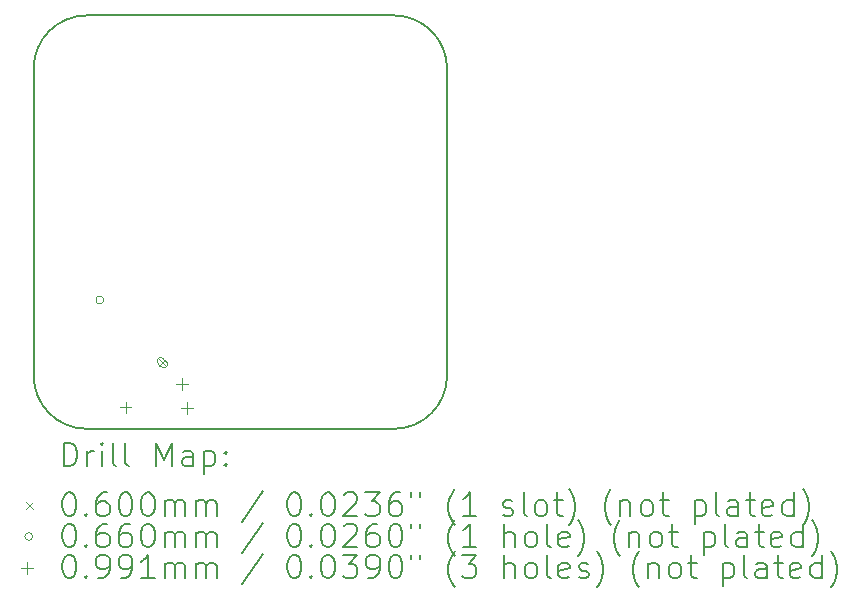
<source format=gbr>
%TF.GenerationSoftware,KiCad,Pcbnew,7.0.10*%
%TF.CreationDate,2024-01-29T19:45:33-05:00*%
%TF.ProjectId,lemon-pepper,6c656d6f-6e2d-4706-9570-7065722e6b69,rev?*%
%TF.SameCoordinates,PX8b85c60PY52f2218*%
%TF.FileFunction,Drillmap*%
%TF.FilePolarity,Positive*%
%FSLAX45Y45*%
G04 Gerber Fmt 4.5, Leading zero omitted, Abs format (unit mm)*
G04 Created by KiCad (PCBNEW 7.0.10) date 2024-01-29 19:45:33*
%MOMM*%
%LPD*%
G01*
G04 APERTURE LIST*
%ADD10C,0.150000*%
%ADD11C,0.200000*%
%ADD12C,0.100000*%
G04 APERTURE END LIST*
D10*
X-1750000Y-1300000D02*
X-1750000Y1300000D01*
X-1300000Y1750000D02*
X1300000Y1750000D01*
X1300000Y-1750000D02*
X-1300000Y-1750000D01*
X1750000Y1300000D02*
X1750000Y-1300000D01*
X-1300000Y1750000D02*
G75*
G03*
X-1750000Y1300000I0J-450000D01*
G01*
X-1750000Y-1300000D02*
G75*
G03*
X-1300000Y-1750000I450000J0D01*
G01*
X1750000Y1300000D02*
G75*
G03*
X1300000Y1750000I-450000J0D01*
G01*
X1300000Y-1750000D02*
G75*
G03*
X1750000Y-1300000I0J450000D01*
G01*
D11*
D12*
X-689835Y-1160165D02*
X-629835Y-1220165D01*
X-629835Y-1160165D02*
X-689835Y-1220165D01*
X-695190Y-1197236D02*
X-666906Y-1225520D01*
X-666906Y-1225520D02*
G75*
G03*
X-624480Y-1183094I21213J21213D01*
G01*
X-624480Y-1183094D02*
X-652764Y-1154810D01*
X-652764Y-1154810D02*
G75*
G03*
X-695190Y-1197236I-21213J-21213D01*
G01*
X-1157165Y-659835D02*
G75*
G03*
X-1223165Y-659835I-33000J0D01*
G01*
X-1223165Y-659835D02*
G75*
G03*
X-1157165Y-659835I33000J0D01*
G01*
X-971833Y-1518935D02*
X-971833Y-1617995D01*
X-1021363Y-1568465D02*
X-922303Y-1568465D01*
X-492553Y-1322271D02*
X-492553Y-1421331D01*
X-542083Y-1371801D02*
X-443023Y-1371801D01*
X-453780Y-1521738D02*
X-453780Y-1620798D01*
X-503310Y-1571268D02*
X-404250Y-1571268D01*
D11*
X-1496723Y-2068984D02*
X-1496723Y-1868984D01*
X-1496723Y-1868984D02*
X-1449104Y-1868984D01*
X-1449104Y-1868984D02*
X-1420533Y-1878508D01*
X-1420533Y-1878508D02*
X-1401485Y-1897555D01*
X-1401485Y-1897555D02*
X-1391961Y-1916603D01*
X-1391961Y-1916603D02*
X-1382438Y-1954698D01*
X-1382438Y-1954698D02*
X-1382438Y-1983269D01*
X-1382438Y-1983269D02*
X-1391961Y-2021365D01*
X-1391961Y-2021365D02*
X-1401485Y-2040412D01*
X-1401485Y-2040412D02*
X-1420533Y-2059460D01*
X-1420533Y-2059460D02*
X-1449104Y-2068984D01*
X-1449104Y-2068984D02*
X-1496723Y-2068984D01*
X-1296723Y-2068984D02*
X-1296723Y-1935650D01*
X-1296723Y-1973746D02*
X-1287199Y-1954698D01*
X-1287199Y-1954698D02*
X-1277676Y-1945174D01*
X-1277676Y-1945174D02*
X-1258628Y-1935650D01*
X-1258628Y-1935650D02*
X-1239580Y-1935650D01*
X-1172914Y-2068984D02*
X-1172914Y-1935650D01*
X-1172914Y-1868984D02*
X-1182438Y-1878508D01*
X-1182438Y-1878508D02*
X-1172914Y-1888031D01*
X-1172914Y-1888031D02*
X-1163390Y-1878508D01*
X-1163390Y-1878508D02*
X-1172914Y-1868984D01*
X-1172914Y-1868984D02*
X-1172914Y-1888031D01*
X-1049104Y-2068984D02*
X-1068152Y-2059460D01*
X-1068152Y-2059460D02*
X-1077676Y-2040412D01*
X-1077676Y-2040412D02*
X-1077676Y-1868984D01*
X-944342Y-2068984D02*
X-963390Y-2059460D01*
X-963390Y-2059460D02*
X-972914Y-2040412D01*
X-972914Y-2040412D02*
X-972914Y-1868984D01*
X-715771Y-2068984D02*
X-715771Y-1868984D01*
X-715771Y-1868984D02*
X-649104Y-2011841D01*
X-649104Y-2011841D02*
X-582438Y-1868984D01*
X-582438Y-1868984D02*
X-582438Y-2068984D01*
X-401485Y-2068984D02*
X-401485Y-1964222D01*
X-401485Y-1964222D02*
X-411009Y-1945174D01*
X-411009Y-1945174D02*
X-430056Y-1935650D01*
X-430056Y-1935650D02*
X-468152Y-1935650D01*
X-468152Y-1935650D02*
X-487199Y-1945174D01*
X-401485Y-2059460D02*
X-420533Y-2068984D01*
X-420533Y-2068984D02*
X-468152Y-2068984D01*
X-468152Y-2068984D02*
X-487199Y-2059460D01*
X-487199Y-2059460D02*
X-496723Y-2040412D01*
X-496723Y-2040412D02*
X-496723Y-2021365D01*
X-496723Y-2021365D02*
X-487199Y-2002317D01*
X-487199Y-2002317D02*
X-468152Y-1992793D01*
X-468152Y-1992793D02*
X-420533Y-1992793D01*
X-420533Y-1992793D02*
X-401485Y-1983269D01*
X-306247Y-1935650D02*
X-306247Y-2135650D01*
X-306247Y-1945174D02*
X-287199Y-1935650D01*
X-287199Y-1935650D02*
X-249104Y-1935650D01*
X-249104Y-1935650D02*
X-230056Y-1945174D01*
X-230056Y-1945174D02*
X-220533Y-1954698D01*
X-220533Y-1954698D02*
X-211009Y-1973746D01*
X-211009Y-1973746D02*
X-211009Y-2030888D01*
X-211009Y-2030888D02*
X-220533Y-2049936D01*
X-220533Y-2049936D02*
X-230056Y-2059460D01*
X-230056Y-2059460D02*
X-249104Y-2068984D01*
X-249104Y-2068984D02*
X-287199Y-2068984D01*
X-287199Y-2068984D02*
X-306247Y-2059460D01*
X-125295Y-2049936D02*
X-115771Y-2059460D01*
X-115771Y-2059460D02*
X-125295Y-2068984D01*
X-125295Y-2068984D02*
X-134818Y-2059460D01*
X-134818Y-2059460D02*
X-125295Y-2049936D01*
X-125295Y-2049936D02*
X-125295Y-2068984D01*
X-125295Y-1945174D02*
X-115771Y-1954698D01*
X-115771Y-1954698D02*
X-125295Y-1964222D01*
X-125295Y-1964222D02*
X-134818Y-1954698D01*
X-134818Y-1954698D02*
X-125295Y-1945174D01*
X-125295Y-1945174D02*
X-125295Y-1964222D01*
D12*
X-1817500Y-2367500D02*
X-1757500Y-2427500D01*
X-1757500Y-2367500D02*
X-1817500Y-2427500D01*
D11*
X-1458628Y-2288984D02*
X-1439580Y-2288984D01*
X-1439580Y-2288984D02*
X-1420533Y-2298508D01*
X-1420533Y-2298508D02*
X-1411009Y-2308031D01*
X-1411009Y-2308031D02*
X-1401485Y-2327079D01*
X-1401485Y-2327079D02*
X-1391961Y-2365174D01*
X-1391961Y-2365174D02*
X-1391961Y-2412793D01*
X-1391961Y-2412793D02*
X-1401485Y-2450889D01*
X-1401485Y-2450889D02*
X-1411009Y-2469936D01*
X-1411009Y-2469936D02*
X-1420533Y-2479460D01*
X-1420533Y-2479460D02*
X-1439580Y-2488984D01*
X-1439580Y-2488984D02*
X-1458628Y-2488984D01*
X-1458628Y-2488984D02*
X-1477676Y-2479460D01*
X-1477676Y-2479460D02*
X-1487199Y-2469936D01*
X-1487199Y-2469936D02*
X-1496723Y-2450889D01*
X-1496723Y-2450889D02*
X-1506247Y-2412793D01*
X-1506247Y-2412793D02*
X-1506247Y-2365174D01*
X-1506247Y-2365174D02*
X-1496723Y-2327079D01*
X-1496723Y-2327079D02*
X-1487199Y-2308031D01*
X-1487199Y-2308031D02*
X-1477676Y-2298508D01*
X-1477676Y-2298508D02*
X-1458628Y-2288984D01*
X-1306247Y-2469936D02*
X-1296723Y-2479460D01*
X-1296723Y-2479460D02*
X-1306247Y-2488984D01*
X-1306247Y-2488984D02*
X-1315771Y-2479460D01*
X-1315771Y-2479460D02*
X-1306247Y-2469936D01*
X-1306247Y-2469936D02*
X-1306247Y-2488984D01*
X-1125295Y-2288984D02*
X-1163390Y-2288984D01*
X-1163390Y-2288984D02*
X-1182438Y-2298508D01*
X-1182438Y-2298508D02*
X-1191961Y-2308031D01*
X-1191961Y-2308031D02*
X-1211009Y-2336603D01*
X-1211009Y-2336603D02*
X-1220533Y-2374698D01*
X-1220533Y-2374698D02*
X-1220533Y-2450889D01*
X-1220533Y-2450889D02*
X-1211009Y-2469936D01*
X-1211009Y-2469936D02*
X-1201485Y-2479460D01*
X-1201485Y-2479460D02*
X-1182438Y-2488984D01*
X-1182438Y-2488984D02*
X-1144342Y-2488984D01*
X-1144342Y-2488984D02*
X-1125295Y-2479460D01*
X-1125295Y-2479460D02*
X-1115771Y-2469936D01*
X-1115771Y-2469936D02*
X-1106247Y-2450889D01*
X-1106247Y-2450889D02*
X-1106247Y-2403270D01*
X-1106247Y-2403270D02*
X-1115771Y-2384222D01*
X-1115771Y-2384222D02*
X-1125295Y-2374698D01*
X-1125295Y-2374698D02*
X-1144342Y-2365174D01*
X-1144342Y-2365174D02*
X-1182438Y-2365174D01*
X-1182438Y-2365174D02*
X-1201485Y-2374698D01*
X-1201485Y-2374698D02*
X-1211009Y-2384222D01*
X-1211009Y-2384222D02*
X-1220533Y-2403270D01*
X-982437Y-2288984D02*
X-963390Y-2288984D01*
X-963390Y-2288984D02*
X-944342Y-2298508D01*
X-944342Y-2298508D02*
X-934818Y-2308031D01*
X-934818Y-2308031D02*
X-925295Y-2327079D01*
X-925295Y-2327079D02*
X-915771Y-2365174D01*
X-915771Y-2365174D02*
X-915771Y-2412793D01*
X-915771Y-2412793D02*
X-925295Y-2450889D01*
X-925295Y-2450889D02*
X-934818Y-2469936D01*
X-934818Y-2469936D02*
X-944342Y-2479460D01*
X-944342Y-2479460D02*
X-963390Y-2488984D01*
X-963390Y-2488984D02*
X-982437Y-2488984D01*
X-982437Y-2488984D02*
X-1001485Y-2479460D01*
X-1001485Y-2479460D02*
X-1011009Y-2469936D01*
X-1011009Y-2469936D02*
X-1020533Y-2450889D01*
X-1020533Y-2450889D02*
X-1030056Y-2412793D01*
X-1030056Y-2412793D02*
X-1030056Y-2365174D01*
X-1030056Y-2365174D02*
X-1020533Y-2327079D01*
X-1020533Y-2327079D02*
X-1011009Y-2308031D01*
X-1011009Y-2308031D02*
X-1001485Y-2298508D01*
X-1001485Y-2298508D02*
X-982437Y-2288984D01*
X-791961Y-2288984D02*
X-772914Y-2288984D01*
X-772914Y-2288984D02*
X-753866Y-2298508D01*
X-753866Y-2298508D02*
X-744342Y-2308031D01*
X-744342Y-2308031D02*
X-734818Y-2327079D01*
X-734818Y-2327079D02*
X-725295Y-2365174D01*
X-725295Y-2365174D02*
X-725295Y-2412793D01*
X-725295Y-2412793D02*
X-734818Y-2450889D01*
X-734818Y-2450889D02*
X-744342Y-2469936D01*
X-744342Y-2469936D02*
X-753866Y-2479460D01*
X-753866Y-2479460D02*
X-772914Y-2488984D01*
X-772914Y-2488984D02*
X-791961Y-2488984D01*
X-791961Y-2488984D02*
X-811009Y-2479460D01*
X-811009Y-2479460D02*
X-820533Y-2469936D01*
X-820533Y-2469936D02*
X-830056Y-2450889D01*
X-830056Y-2450889D02*
X-839580Y-2412793D01*
X-839580Y-2412793D02*
X-839580Y-2365174D01*
X-839580Y-2365174D02*
X-830056Y-2327079D01*
X-830056Y-2327079D02*
X-820533Y-2308031D01*
X-820533Y-2308031D02*
X-811009Y-2298508D01*
X-811009Y-2298508D02*
X-791961Y-2288984D01*
X-639580Y-2488984D02*
X-639580Y-2355650D01*
X-639580Y-2374698D02*
X-630057Y-2365174D01*
X-630057Y-2365174D02*
X-611009Y-2355650D01*
X-611009Y-2355650D02*
X-582437Y-2355650D01*
X-582437Y-2355650D02*
X-563390Y-2365174D01*
X-563390Y-2365174D02*
X-553866Y-2384222D01*
X-553866Y-2384222D02*
X-553866Y-2488984D01*
X-553866Y-2384222D02*
X-544342Y-2365174D01*
X-544342Y-2365174D02*
X-525295Y-2355650D01*
X-525295Y-2355650D02*
X-496723Y-2355650D01*
X-496723Y-2355650D02*
X-477675Y-2365174D01*
X-477675Y-2365174D02*
X-468152Y-2384222D01*
X-468152Y-2384222D02*
X-468152Y-2488984D01*
X-372914Y-2488984D02*
X-372914Y-2355650D01*
X-372914Y-2374698D02*
X-363390Y-2365174D01*
X-363390Y-2365174D02*
X-344342Y-2355650D01*
X-344342Y-2355650D02*
X-315771Y-2355650D01*
X-315771Y-2355650D02*
X-296723Y-2365174D01*
X-296723Y-2365174D02*
X-287199Y-2384222D01*
X-287199Y-2384222D02*
X-287199Y-2488984D01*
X-287199Y-2384222D02*
X-277676Y-2365174D01*
X-277676Y-2365174D02*
X-258628Y-2355650D01*
X-258628Y-2355650D02*
X-230056Y-2355650D01*
X-230056Y-2355650D02*
X-211009Y-2365174D01*
X-211009Y-2365174D02*
X-201485Y-2384222D01*
X-201485Y-2384222D02*
X-201485Y-2488984D01*
X188991Y-2279460D02*
X17563Y-2536603D01*
X446134Y-2288984D02*
X465182Y-2288984D01*
X465182Y-2288984D02*
X484229Y-2298508D01*
X484229Y-2298508D02*
X493753Y-2308031D01*
X493753Y-2308031D02*
X503277Y-2327079D01*
X503277Y-2327079D02*
X512801Y-2365174D01*
X512801Y-2365174D02*
X512801Y-2412793D01*
X512801Y-2412793D02*
X503277Y-2450889D01*
X503277Y-2450889D02*
X493753Y-2469936D01*
X493753Y-2469936D02*
X484229Y-2479460D01*
X484229Y-2479460D02*
X465182Y-2488984D01*
X465182Y-2488984D02*
X446134Y-2488984D01*
X446134Y-2488984D02*
X427086Y-2479460D01*
X427086Y-2479460D02*
X417563Y-2469936D01*
X417563Y-2469936D02*
X408039Y-2450889D01*
X408039Y-2450889D02*
X398515Y-2412793D01*
X398515Y-2412793D02*
X398515Y-2365174D01*
X398515Y-2365174D02*
X408039Y-2327079D01*
X408039Y-2327079D02*
X417563Y-2308031D01*
X417563Y-2308031D02*
X427086Y-2298508D01*
X427086Y-2298508D02*
X446134Y-2288984D01*
X598515Y-2469936D02*
X608039Y-2479460D01*
X608039Y-2479460D02*
X598515Y-2488984D01*
X598515Y-2488984D02*
X588991Y-2479460D01*
X588991Y-2479460D02*
X598515Y-2469936D01*
X598515Y-2469936D02*
X598515Y-2488984D01*
X731848Y-2288984D02*
X750896Y-2288984D01*
X750896Y-2288984D02*
X769944Y-2298508D01*
X769944Y-2298508D02*
X779467Y-2308031D01*
X779467Y-2308031D02*
X788991Y-2327079D01*
X788991Y-2327079D02*
X798515Y-2365174D01*
X798515Y-2365174D02*
X798515Y-2412793D01*
X798515Y-2412793D02*
X788991Y-2450889D01*
X788991Y-2450889D02*
X779467Y-2469936D01*
X779467Y-2469936D02*
X769944Y-2479460D01*
X769944Y-2479460D02*
X750896Y-2488984D01*
X750896Y-2488984D02*
X731848Y-2488984D01*
X731848Y-2488984D02*
X712801Y-2479460D01*
X712801Y-2479460D02*
X703277Y-2469936D01*
X703277Y-2469936D02*
X693753Y-2450889D01*
X693753Y-2450889D02*
X684229Y-2412793D01*
X684229Y-2412793D02*
X684229Y-2365174D01*
X684229Y-2365174D02*
X693753Y-2327079D01*
X693753Y-2327079D02*
X703277Y-2308031D01*
X703277Y-2308031D02*
X712801Y-2298508D01*
X712801Y-2298508D02*
X731848Y-2288984D01*
X874706Y-2308031D02*
X884229Y-2298508D01*
X884229Y-2298508D02*
X903277Y-2288984D01*
X903277Y-2288984D02*
X950896Y-2288984D01*
X950896Y-2288984D02*
X969944Y-2298508D01*
X969944Y-2298508D02*
X979467Y-2308031D01*
X979467Y-2308031D02*
X988991Y-2327079D01*
X988991Y-2327079D02*
X988991Y-2346127D01*
X988991Y-2346127D02*
X979467Y-2374698D01*
X979467Y-2374698D02*
X865182Y-2488984D01*
X865182Y-2488984D02*
X988991Y-2488984D01*
X1055658Y-2288984D02*
X1179468Y-2288984D01*
X1179468Y-2288984D02*
X1112801Y-2365174D01*
X1112801Y-2365174D02*
X1141372Y-2365174D01*
X1141372Y-2365174D02*
X1160420Y-2374698D01*
X1160420Y-2374698D02*
X1169944Y-2384222D01*
X1169944Y-2384222D02*
X1179468Y-2403270D01*
X1179468Y-2403270D02*
X1179468Y-2450889D01*
X1179468Y-2450889D02*
X1169944Y-2469936D01*
X1169944Y-2469936D02*
X1160420Y-2479460D01*
X1160420Y-2479460D02*
X1141372Y-2488984D01*
X1141372Y-2488984D02*
X1084229Y-2488984D01*
X1084229Y-2488984D02*
X1065182Y-2479460D01*
X1065182Y-2479460D02*
X1055658Y-2469936D01*
X1350896Y-2288984D02*
X1312801Y-2288984D01*
X1312801Y-2288984D02*
X1293753Y-2298508D01*
X1293753Y-2298508D02*
X1284229Y-2308031D01*
X1284229Y-2308031D02*
X1265182Y-2336603D01*
X1265182Y-2336603D02*
X1255658Y-2374698D01*
X1255658Y-2374698D02*
X1255658Y-2450889D01*
X1255658Y-2450889D02*
X1265182Y-2469936D01*
X1265182Y-2469936D02*
X1274706Y-2479460D01*
X1274706Y-2479460D02*
X1293753Y-2488984D01*
X1293753Y-2488984D02*
X1331849Y-2488984D01*
X1331849Y-2488984D02*
X1350896Y-2479460D01*
X1350896Y-2479460D02*
X1360420Y-2469936D01*
X1360420Y-2469936D02*
X1369944Y-2450889D01*
X1369944Y-2450889D02*
X1369944Y-2403270D01*
X1369944Y-2403270D02*
X1360420Y-2384222D01*
X1360420Y-2384222D02*
X1350896Y-2374698D01*
X1350896Y-2374698D02*
X1331849Y-2365174D01*
X1331849Y-2365174D02*
X1293753Y-2365174D01*
X1293753Y-2365174D02*
X1274706Y-2374698D01*
X1274706Y-2374698D02*
X1265182Y-2384222D01*
X1265182Y-2384222D02*
X1255658Y-2403270D01*
X1446134Y-2288984D02*
X1446134Y-2327079D01*
X1522325Y-2288984D02*
X1522325Y-2327079D01*
X1817563Y-2565174D02*
X1808039Y-2555650D01*
X1808039Y-2555650D02*
X1788991Y-2527079D01*
X1788991Y-2527079D02*
X1779468Y-2508031D01*
X1779468Y-2508031D02*
X1769944Y-2479460D01*
X1769944Y-2479460D02*
X1760420Y-2431841D01*
X1760420Y-2431841D02*
X1760420Y-2393746D01*
X1760420Y-2393746D02*
X1769944Y-2346127D01*
X1769944Y-2346127D02*
X1779468Y-2317555D01*
X1779468Y-2317555D02*
X1788991Y-2298508D01*
X1788991Y-2298508D02*
X1808039Y-2269936D01*
X1808039Y-2269936D02*
X1817563Y-2260412D01*
X1998515Y-2488984D02*
X1884229Y-2488984D01*
X1941372Y-2488984D02*
X1941372Y-2288984D01*
X1941372Y-2288984D02*
X1922325Y-2317555D01*
X1922325Y-2317555D02*
X1903277Y-2336603D01*
X1903277Y-2336603D02*
X1884229Y-2346127D01*
X2227087Y-2479460D02*
X2246134Y-2488984D01*
X2246134Y-2488984D02*
X2284230Y-2488984D01*
X2284230Y-2488984D02*
X2303277Y-2479460D01*
X2303277Y-2479460D02*
X2312801Y-2460412D01*
X2312801Y-2460412D02*
X2312801Y-2450889D01*
X2312801Y-2450889D02*
X2303277Y-2431841D01*
X2303277Y-2431841D02*
X2284230Y-2422317D01*
X2284230Y-2422317D02*
X2255658Y-2422317D01*
X2255658Y-2422317D02*
X2236611Y-2412793D01*
X2236611Y-2412793D02*
X2227087Y-2393746D01*
X2227087Y-2393746D02*
X2227087Y-2384222D01*
X2227087Y-2384222D02*
X2236611Y-2365174D01*
X2236611Y-2365174D02*
X2255658Y-2355650D01*
X2255658Y-2355650D02*
X2284230Y-2355650D01*
X2284230Y-2355650D02*
X2303277Y-2365174D01*
X2427087Y-2488984D02*
X2408039Y-2479460D01*
X2408039Y-2479460D02*
X2398515Y-2460412D01*
X2398515Y-2460412D02*
X2398515Y-2288984D01*
X2531849Y-2488984D02*
X2512801Y-2479460D01*
X2512801Y-2479460D02*
X2503277Y-2469936D01*
X2503277Y-2469936D02*
X2493753Y-2450889D01*
X2493753Y-2450889D02*
X2493753Y-2393746D01*
X2493753Y-2393746D02*
X2503277Y-2374698D01*
X2503277Y-2374698D02*
X2512801Y-2365174D01*
X2512801Y-2365174D02*
X2531849Y-2355650D01*
X2531849Y-2355650D02*
X2560420Y-2355650D01*
X2560420Y-2355650D02*
X2579468Y-2365174D01*
X2579468Y-2365174D02*
X2588992Y-2374698D01*
X2588992Y-2374698D02*
X2598515Y-2393746D01*
X2598515Y-2393746D02*
X2598515Y-2450889D01*
X2598515Y-2450889D02*
X2588992Y-2469936D01*
X2588992Y-2469936D02*
X2579468Y-2479460D01*
X2579468Y-2479460D02*
X2560420Y-2488984D01*
X2560420Y-2488984D02*
X2531849Y-2488984D01*
X2655658Y-2355650D02*
X2731849Y-2355650D01*
X2684230Y-2288984D02*
X2684230Y-2460412D01*
X2684230Y-2460412D02*
X2693753Y-2479460D01*
X2693753Y-2479460D02*
X2712801Y-2488984D01*
X2712801Y-2488984D02*
X2731849Y-2488984D01*
X2779468Y-2565174D02*
X2788992Y-2555650D01*
X2788992Y-2555650D02*
X2808039Y-2527079D01*
X2808039Y-2527079D02*
X2817563Y-2508031D01*
X2817563Y-2508031D02*
X2827087Y-2479460D01*
X2827087Y-2479460D02*
X2836610Y-2431841D01*
X2836610Y-2431841D02*
X2836610Y-2393746D01*
X2836610Y-2393746D02*
X2827087Y-2346127D01*
X2827087Y-2346127D02*
X2817563Y-2317555D01*
X2817563Y-2317555D02*
X2808039Y-2298508D01*
X2808039Y-2298508D02*
X2788992Y-2269936D01*
X2788992Y-2269936D02*
X2779468Y-2260412D01*
X3141372Y-2565174D02*
X3131849Y-2555650D01*
X3131849Y-2555650D02*
X3112801Y-2527079D01*
X3112801Y-2527079D02*
X3103277Y-2508031D01*
X3103277Y-2508031D02*
X3093753Y-2479460D01*
X3093753Y-2479460D02*
X3084230Y-2431841D01*
X3084230Y-2431841D02*
X3084230Y-2393746D01*
X3084230Y-2393746D02*
X3093753Y-2346127D01*
X3093753Y-2346127D02*
X3103277Y-2317555D01*
X3103277Y-2317555D02*
X3112801Y-2298508D01*
X3112801Y-2298508D02*
X3131849Y-2269936D01*
X3131849Y-2269936D02*
X3141372Y-2260412D01*
X3217563Y-2355650D02*
X3217563Y-2488984D01*
X3217563Y-2374698D02*
X3227087Y-2365174D01*
X3227087Y-2365174D02*
X3246134Y-2355650D01*
X3246134Y-2355650D02*
X3274706Y-2355650D01*
X3274706Y-2355650D02*
X3293753Y-2365174D01*
X3293753Y-2365174D02*
X3303277Y-2384222D01*
X3303277Y-2384222D02*
X3303277Y-2488984D01*
X3427087Y-2488984D02*
X3408039Y-2479460D01*
X3408039Y-2479460D02*
X3398515Y-2469936D01*
X3398515Y-2469936D02*
X3388991Y-2450889D01*
X3388991Y-2450889D02*
X3388991Y-2393746D01*
X3388991Y-2393746D02*
X3398515Y-2374698D01*
X3398515Y-2374698D02*
X3408039Y-2365174D01*
X3408039Y-2365174D02*
X3427087Y-2355650D01*
X3427087Y-2355650D02*
X3455658Y-2355650D01*
X3455658Y-2355650D02*
X3474706Y-2365174D01*
X3474706Y-2365174D02*
X3484230Y-2374698D01*
X3484230Y-2374698D02*
X3493753Y-2393746D01*
X3493753Y-2393746D02*
X3493753Y-2450889D01*
X3493753Y-2450889D02*
X3484230Y-2469936D01*
X3484230Y-2469936D02*
X3474706Y-2479460D01*
X3474706Y-2479460D02*
X3455658Y-2488984D01*
X3455658Y-2488984D02*
X3427087Y-2488984D01*
X3550896Y-2355650D02*
X3627087Y-2355650D01*
X3579468Y-2288984D02*
X3579468Y-2460412D01*
X3579468Y-2460412D02*
X3588991Y-2479460D01*
X3588991Y-2479460D02*
X3608039Y-2488984D01*
X3608039Y-2488984D02*
X3627087Y-2488984D01*
X3846134Y-2355650D02*
X3846134Y-2555650D01*
X3846134Y-2365174D02*
X3865182Y-2355650D01*
X3865182Y-2355650D02*
X3903277Y-2355650D01*
X3903277Y-2355650D02*
X3922325Y-2365174D01*
X3922325Y-2365174D02*
X3931849Y-2374698D01*
X3931849Y-2374698D02*
X3941372Y-2393746D01*
X3941372Y-2393746D02*
X3941372Y-2450889D01*
X3941372Y-2450889D02*
X3931849Y-2469936D01*
X3931849Y-2469936D02*
X3922325Y-2479460D01*
X3922325Y-2479460D02*
X3903277Y-2488984D01*
X3903277Y-2488984D02*
X3865182Y-2488984D01*
X3865182Y-2488984D02*
X3846134Y-2479460D01*
X4055658Y-2488984D02*
X4036611Y-2479460D01*
X4036611Y-2479460D02*
X4027087Y-2460412D01*
X4027087Y-2460412D02*
X4027087Y-2288984D01*
X4217563Y-2488984D02*
X4217563Y-2384222D01*
X4217563Y-2384222D02*
X4208039Y-2365174D01*
X4208039Y-2365174D02*
X4188992Y-2355650D01*
X4188992Y-2355650D02*
X4150896Y-2355650D01*
X4150896Y-2355650D02*
X4131849Y-2365174D01*
X4217563Y-2479460D02*
X4198515Y-2488984D01*
X4198515Y-2488984D02*
X4150896Y-2488984D01*
X4150896Y-2488984D02*
X4131849Y-2479460D01*
X4131849Y-2479460D02*
X4122325Y-2460412D01*
X4122325Y-2460412D02*
X4122325Y-2441365D01*
X4122325Y-2441365D02*
X4131849Y-2422317D01*
X4131849Y-2422317D02*
X4150896Y-2412793D01*
X4150896Y-2412793D02*
X4198515Y-2412793D01*
X4198515Y-2412793D02*
X4217563Y-2403270D01*
X4284230Y-2355650D02*
X4360420Y-2355650D01*
X4312801Y-2288984D02*
X4312801Y-2460412D01*
X4312801Y-2460412D02*
X4322325Y-2479460D01*
X4322325Y-2479460D02*
X4341373Y-2488984D01*
X4341373Y-2488984D02*
X4360420Y-2488984D01*
X4503277Y-2479460D02*
X4484230Y-2488984D01*
X4484230Y-2488984D02*
X4446134Y-2488984D01*
X4446134Y-2488984D02*
X4427087Y-2479460D01*
X4427087Y-2479460D02*
X4417563Y-2460412D01*
X4417563Y-2460412D02*
X4417563Y-2384222D01*
X4417563Y-2384222D02*
X4427087Y-2365174D01*
X4427087Y-2365174D02*
X4446134Y-2355650D01*
X4446134Y-2355650D02*
X4484230Y-2355650D01*
X4484230Y-2355650D02*
X4503277Y-2365174D01*
X4503277Y-2365174D02*
X4512801Y-2384222D01*
X4512801Y-2384222D02*
X4512801Y-2403270D01*
X4512801Y-2403270D02*
X4417563Y-2422317D01*
X4684230Y-2488984D02*
X4684230Y-2288984D01*
X4684230Y-2479460D02*
X4665182Y-2488984D01*
X4665182Y-2488984D02*
X4627087Y-2488984D01*
X4627087Y-2488984D02*
X4608039Y-2479460D01*
X4608039Y-2479460D02*
X4598515Y-2469936D01*
X4598515Y-2469936D02*
X4588992Y-2450889D01*
X4588992Y-2450889D02*
X4588992Y-2393746D01*
X4588992Y-2393746D02*
X4598515Y-2374698D01*
X4598515Y-2374698D02*
X4608039Y-2365174D01*
X4608039Y-2365174D02*
X4627087Y-2355650D01*
X4627087Y-2355650D02*
X4665182Y-2355650D01*
X4665182Y-2355650D02*
X4684230Y-2365174D01*
X4760420Y-2565174D02*
X4769944Y-2555650D01*
X4769944Y-2555650D02*
X4788992Y-2527079D01*
X4788992Y-2527079D02*
X4798515Y-2508031D01*
X4798515Y-2508031D02*
X4808039Y-2479460D01*
X4808039Y-2479460D02*
X4817563Y-2431841D01*
X4817563Y-2431841D02*
X4817563Y-2393746D01*
X4817563Y-2393746D02*
X4808039Y-2346127D01*
X4808039Y-2346127D02*
X4798515Y-2317555D01*
X4798515Y-2317555D02*
X4788992Y-2298508D01*
X4788992Y-2298508D02*
X4769944Y-2269936D01*
X4769944Y-2269936D02*
X4760420Y-2260412D01*
D12*
X-1757500Y-2661500D02*
G75*
G03*
X-1823500Y-2661500I-33000J0D01*
G01*
X-1823500Y-2661500D02*
G75*
G03*
X-1757500Y-2661500I33000J0D01*
G01*
D11*
X-1458628Y-2552984D02*
X-1439580Y-2552984D01*
X-1439580Y-2552984D02*
X-1420533Y-2562508D01*
X-1420533Y-2562508D02*
X-1411009Y-2572031D01*
X-1411009Y-2572031D02*
X-1401485Y-2591079D01*
X-1401485Y-2591079D02*
X-1391961Y-2629174D01*
X-1391961Y-2629174D02*
X-1391961Y-2676793D01*
X-1391961Y-2676793D02*
X-1401485Y-2714889D01*
X-1401485Y-2714889D02*
X-1411009Y-2733936D01*
X-1411009Y-2733936D02*
X-1420533Y-2743460D01*
X-1420533Y-2743460D02*
X-1439580Y-2752984D01*
X-1439580Y-2752984D02*
X-1458628Y-2752984D01*
X-1458628Y-2752984D02*
X-1477676Y-2743460D01*
X-1477676Y-2743460D02*
X-1487199Y-2733936D01*
X-1487199Y-2733936D02*
X-1496723Y-2714889D01*
X-1496723Y-2714889D02*
X-1506247Y-2676793D01*
X-1506247Y-2676793D02*
X-1506247Y-2629174D01*
X-1506247Y-2629174D02*
X-1496723Y-2591079D01*
X-1496723Y-2591079D02*
X-1487199Y-2572031D01*
X-1487199Y-2572031D02*
X-1477676Y-2562508D01*
X-1477676Y-2562508D02*
X-1458628Y-2552984D01*
X-1306247Y-2733936D02*
X-1296723Y-2743460D01*
X-1296723Y-2743460D02*
X-1306247Y-2752984D01*
X-1306247Y-2752984D02*
X-1315771Y-2743460D01*
X-1315771Y-2743460D02*
X-1306247Y-2733936D01*
X-1306247Y-2733936D02*
X-1306247Y-2752984D01*
X-1125295Y-2552984D02*
X-1163390Y-2552984D01*
X-1163390Y-2552984D02*
X-1182438Y-2562508D01*
X-1182438Y-2562508D02*
X-1191961Y-2572031D01*
X-1191961Y-2572031D02*
X-1211009Y-2600603D01*
X-1211009Y-2600603D02*
X-1220533Y-2638698D01*
X-1220533Y-2638698D02*
X-1220533Y-2714889D01*
X-1220533Y-2714889D02*
X-1211009Y-2733936D01*
X-1211009Y-2733936D02*
X-1201485Y-2743460D01*
X-1201485Y-2743460D02*
X-1182438Y-2752984D01*
X-1182438Y-2752984D02*
X-1144342Y-2752984D01*
X-1144342Y-2752984D02*
X-1125295Y-2743460D01*
X-1125295Y-2743460D02*
X-1115771Y-2733936D01*
X-1115771Y-2733936D02*
X-1106247Y-2714889D01*
X-1106247Y-2714889D02*
X-1106247Y-2667270D01*
X-1106247Y-2667270D02*
X-1115771Y-2648222D01*
X-1115771Y-2648222D02*
X-1125295Y-2638698D01*
X-1125295Y-2638698D02*
X-1144342Y-2629174D01*
X-1144342Y-2629174D02*
X-1182438Y-2629174D01*
X-1182438Y-2629174D02*
X-1201485Y-2638698D01*
X-1201485Y-2638698D02*
X-1211009Y-2648222D01*
X-1211009Y-2648222D02*
X-1220533Y-2667270D01*
X-934818Y-2552984D02*
X-972914Y-2552984D01*
X-972914Y-2552984D02*
X-991961Y-2562508D01*
X-991961Y-2562508D02*
X-1001485Y-2572031D01*
X-1001485Y-2572031D02*
X-1020533Y-2600603D01*
X-1020533Y-2600603D02*
X-1030056Y-2638698D01*
X-1030056Y-2638698D02*
X-1030056Y-2714889D01*
X-1030056Y-2714889D02*
X-1020533Y-2733936D01*
X-1020533Y-2733936D02*
X-1011009Y-2743460D01*
X-1011009Y-2743460D02*
X-991961Y-2752984D01*
X-991961Y-2752984D02*
X-953866Y-2752984D01*
X-953866Y-2752984D02*
X-934818Y-2743460D01*
X-934818Y-2743460D02*
X-925295Y-2733936D01*
X-925295Y-2733936D02*
X-915771Y-2714889D01*
X-915771Y-2714889D02*
X-915771Y-2667270D01*
X-915771Y-2667270D02*
X-925295Y-2648222D01*
X-925295Y-2648222D02*
X-934818Y-2638698D01*
X-934818Y-2638698D02*
X-953866Y-2629174D01*
X-953866Y-2629174D02*
X-991961Y-2629174D01*
X-991961Y-2629174D02*
X-1011009Y-2638698D01*
X-1011009Y-2638698D02*
X-1020533Y-2648222D01*
X-1020533Y-2648222D02*
X-1030056Y-2667270D01*
X-791961Y-2552984D02*
X-772914Y-2552984D01*
X-772914Y-2552984D02*
X-753866Y-2562508D01*
X-753866Y-2562508D02*
X-744342Y-2572031D01*
X-744342Y-2572031D02*
X-734818Y-2591079D01*
X-734818Y-2591079D02*
X-725295Y-2629174D01*
X-725295Y-2629174D02*
X-725295Y-2676793D01*
X-725295Y-2676793D02*
X-734818Y-2714889D01*
X-734818Y-2714889D02*
X-744342Y-2733936D01*
X-744342Y-2733936D02*
X-753866Y-2743460D01*
X-753866Y-2743460D02*
X-772914Y-2752984D01*
X-772914Y-2752984D02*
X-791961Y-2752984D01*
X-791961Y-2752984D02*
X-811009Y-2743460D01*
X-811009Y-2743460D02*
X-820533Y-2733936D01*
X-820533Y-2733936D02*
X-830056Y-2714889D01*
X-830056Y-2714889D02*
X-839580Y-2676793D01*
X-839580Y-2676793D02*
X-839580Y-2629174D01*
X-839580Y-2629174D02*
X-830056Y-2591079D01*
X-830056Y-2591079D02*
X-820533Y-2572031D01*
X-820533Y-2572031D02*
X-811009Y-2562508D01*
X-811009Y-2562508D02*
X-791961Y-2552984D01*
X-639580Y-2752984D02*
X-639580Y-2619650D01*
X-639580Y-2638698D02*
X-630057Y-2629174D01*
X-630057Y-2629174D02*
X-611009Y-2619650D01*
X-611009Y-2619650D02*
X-582437Y-2619650D01*
X-582437Y-2619650D02*
X-563390Y-2629174D01*
X-563390Y-2629174D02*
X-553866Y-2648222D01*
X-553866Y-2648222D02*
X-553866Y-2752984D01*
X-553866Y-2648222D02*
X-544342Y-2629174D01*
X-544342Y-2629174D02*
X-525295Y-2619650D01*
X-525295Y-2619650D02*
X-496723Y-2619650D01*
X-496723Y-2619650D02*
X-477675Y-2629174D01*
X-477675Y-2629174D02*
X-468152Y-2648222D01*
X-468152Y-2648222D02*
X-468152Y-2752984D01*
X-372914Y-2752984D02*
X-372914Y-2619650D01*
X-372914Y-2638698D02*
X-363390Y-2629174D01*
X-363390Y-2629174D02*
X-344342Y-2619650D01*
X-344342Y-2619650D02*
X-315771Y-2619650D01*
X-315771Y-2619650D02*
X-296723Y-2629174D01*
X-296723Y-2629174D02*
X-287199Y-2648222D01*
X-287199Y-2648222D02*
X-287199Y-2752984D01*
X-287199Y-2648222D02*
X-277676Y-2629174D01*
X-277676Y-2629174D02*
X-258628Y-2619650D01*
X-258628Y-2619650D02*
X-230056Y-2619650D01*
X-230056Y-2619650D02*
X-211009Y-2629174D01*
X-211009Y-2629174D02*
X-201485Y-2648222D01*
X-201485Y-2648222D02*
X-201485Y-2752984D01*
X188991Y-2543460D02*
X17563Y-2800603D01*
X446134Y-2552984D02*
X465182Y-2552984D01*
X465182Y-2552984D02*
X484229Y-2562508D01*
X484229Y-2562508D02*
X493753Y-2572031D01*
X493753Y-2572031D02*
X503277Y-2591079D01*
X503277Y-2591079D02*
X512801Y-2629174D01*
X512801Y-2629174D02*
X512801Y-2676793D01*
X512801Y-2676793D02*
X503277Y-2714889D01*
X503277Y-2714889D02*
X493753Y-2733936D01*
X493753Y-2733936D02*
X484229Y-2743460D01*
X484229Y-2743460D02*
X465182Y-2752984D01*
X465182Y-2752984D02*
X446134Y-2752984D01*
X446134Y-2752984D02*
X427086Y-2743460D01*
X427086Y-2743460D02*
X417563Y-2733936D01*
X417563Y-2733936D02*
X408039Y-2714889D01*
X408039Y-2714889D02*
X398515Y-2676793D01*
X398515Y-2676793D02*
X398515Y-2629174D01*
X398515Y-2629174D02*
X408039Y-2591079D01*
X408039Y-2591079D02*
X417563Y-2572031D01*
X417563Y-2572031D02*
X427086Y-2562508D01*
X427086Y-2562508D02*
X446134Y-2552984D01*
X598515Y-2733936D02*
X608039Y-2743460D01*
X608039Y-2743460D02*
X598515Y-2752984D01*
X598515Y-2752984D02*
X588991Y-2743460D01*
X588991Y-2743460D02*
X598515Y-2733936D01*
X598515Y-2733936D02*
X598515Y-2752984D01*
X731848Y-2552984D02*
X750896Y-2552984D01*
X750896Y-2552984D02*
X769944Y-2562508D01*
X769944Y-2562508D02*
X779467Y-2572031D01*
X779467Y-2572031D02*
X788991Y-2591079D01*
X788991Y-2591079D02*
X798515Y-2629174D01*
X798515Y-2629174D02*
X798515Y-2676793D01*
X798515Y-2676793D02*
X788991Y-2714889D01*
X788991Y-2714889D02*
X779467Y-2733936D01*
X779467Y-2733936D02*
X769944Y-2743460D01*
X769944Y-2743460D02*
X750896Y-2752984D01*
X750896Y-2752984D02*
X731848Y-2752984D01*
X731848Y-2752984D02*
X712801Y-2743460D01*
X712801Y-2743460D02*
X703277Y-2733936D01*
X703277Y-2733936D02*
X693753Y-2714889D01*
X693753Y-2714889D02*
X684229Y-2676793D01*
X684229Y-2676793D02*
X684229Y-2629174D01*
X684229Y-2629174D02*
X693753Y-2591079D01*
X693753Y-2591079D02*
X703277Y-2572031D01*
X703277Y-2572031D02*
X712801Y-2562508D01*
X712801Y-2562508D02*
X731848Y-2552984D01*
X874706Y-2572031D02*
X884229Y-2562508D01*
X884229Y-2562508D02*
X903277Y-2552984D01*
X903277Y-2552984D02*
X950896Y-2552984D01*
X950896Y-2552984D02*
X969944Y-2562508D01*
X969944Y-2562508D02*
X979467Y-2572031D01*
X979467Y-2572031D02*
X988991Y-2591079D01*
X988991Y-2591079D02*
X988991Y-2610127D01*
X988991Y-2610127D02*
X979467Y-2638698D01*
X979467Y-2638698D02*
X865182Y-2752984D01*
X865182Y-2752984D02*
X988991Y-2752984D01*
X1160420Y-2552984D02*
X1122325Y-2552984D01*
X1122325Y-2552984D02*
X1103277Y-2562508D01*
X1103277Y-2562508D02*
X1093753Y-2572031D01*
X1093753Y-2572031D02*
X1074706Y-2600603D01*
X1074706Y-2600603D02*
X1065182Y-2638698D01*
X1065182Y-2638698D02*
X1065182Y-2714889D01*
X1065182Y-2714889D02*
X1074706Y-2733936D01*
X1074706Y-2733936D02*
X1084229Y-2743460D01*
X1084229Y-2743460D02*
X1103277Y-2752984D01*
X1103277Y-2752984D02*
X1141372Y-2752984D01*
X1141372Y-2752984D02*
X1160420Y-2743460D01*
X1160420Y-2743460D02*
X1169944Y-2733936D01*
X1169944Y-2733936D02*
X1179468Y-2714889D01*
X1179468Y-2714889D02*
X1179468Y-2667270D01*
X1179468Y-2667270D02*
X1169944Y-2648222D01*
X1169944Y-2648222D02*
X1160420Y-2638698D01*
X1160420Y-2638698D02*
X1141372Y-2629174D01*
X1141372Y-2629174D02*
X1103277Y-2629174D01*
X1103277Y-2629174D02*
X1084229Y-2638698D01*
X1084229Y-2638698D02*
X1074706Y-2648222D01*
X1074706Y-2648222D02*
X1065182Y-2667270D01*
X1303277Y-2552984D02*
X1322325Y-2552984D01*
X1322325Y-2552984D02*
X1341372Y-2562508D01*
X1341372Y-2562508D02*
X1350896Y-2572031D01*
X1350896Y-2572031D02*
X1360420Y-2591079D01*
X1360420Y-2591079D02*
X1369944Y-2629174D01*
X1369944Y-2629174D02*
X1369944Y-2676793D01*
X1369944Y-2676793D02*
X1360420Y-2714889D01*
X1360420Y-2714889D02*
X1350896Y-2733936D01*
X1350896Y-2733936D02*
X1341372Y-2743460D01*
X1341372Y-2743460D02*
X1322325Y-2752984D01*
X1322325Y-2752984D02*
X1303277Y-2752984D01*
X1303277Y-2752984D02*
X1284229Y-2743460D01*
X1284229Y-2743460D02*
X1274706Y-2733936D01*
X1274706Y-2733936D02*
X1265182Y-2714889D01*
X1265182Y-2714889D02*
X1255658Y-2676793D01*
X1255658Y-2676793D02*
X1255658Y-2629174D01*
X1255658Y-2629174D02*
X1265182Y-2591079D01*
X1265182Y-2591079D02*
X1274706Y-2572031D01*
X1274706Y-2572031D02*
X1284229Y-2562508D01*
X1284229Y-2562508D02*
X1303277Y-2552984D01*
X1446134Y-2552984D02*
X1446134Y-2591079D01*
X1522325Y-2552984D02*
X1522325Y-2591079D01*
X1817563Y-2829174D02*
X1808039Y-2819650D01*
X1808039Y-2819650D02*
X1788991Y-2791079D01*
X1788991Y-2791079D02*
X1779468Y-2772031D01*
X1779468Y-2772031D02*
X1769944Y-2743460D01*
X1769944Y-2743460D02*
X1760420Y-2695841D01*
X1760420Y-2695841D02*
X1760420Y-2657746D01*
X1760420Y-2657746D02*
X1769944Y-2610127D01*
X1769944Y-2610127D02*
X1779468Y-2581555D01*
X1779468Y-2581555D02*
X1788991Y-2562508D01*
X1788991Y-2562508D02*
X1808039Y-2533936D01*
X1808039Y-2533936D02*
X1817563Y-2524412D01*
X1998515Y-2752984D02*
X1884229Y-2752984D01*
X1941372Y-2752984D02*
X1941372Y-2552984D01*
X1941372Y-2552984D02*
X1922325Y-2581555D01*
X1922325Y-2581555D02*
X1903277Y-2600603D01*
X1903277Y-2600603D02*
X1884229Y-2610127D01*
X2236611Y-2752984D02*
X2236611Y-2552984D01*
X2322325Y-2752984D02*
X2322325Y-2648222D01*
X2322325Y-2648222D02*
X2312801Y-2629174D01*
X2312801Y-2629174D02*
X2293753Y-2619650D01*
X2293753Y-2619650D02*
X2265182Y-2619650D01*
X2265182Y-2619650D02*
X2246134Y-2629174D01*
X2246134Y-2629174D02*
X2236611Y-2638698D01*
X2446134Y-2752984D02*
X2427087Y-2743460D01*
X2427087Y-2743460D02*
X2417563Y-2733936D01*
X2417563Y-2733936D02*
X2408039Y-2714889D01*
X2408039Y-2714889D02*
X2408039Y-2657746D01*
X2408039Y-2657746D02*
X2417563Y-2638698D01*
X2417563Y-2638698D02*
X2427087Y-2629174D01*
X2427087Y-2629174D02*
X2446134Y-2619650D01*
X2446134Y-2619650D02*
X2474706Y-2619650D01*
X2474706Y-2619650D02*
X2493753Y-2629174D01*
X2493753Y-2629174D02*
X2503277Y-2638698D01*
X2503277Y-2638698D02*
X2512801Y-2657746D01*
X2512801Y-2657746D02*
X2512801Y-2714889D01*
X2512801Y-2714889D02*
X2503277Y-2733936D01*
X2503277Y-2733936D02*
X2493753Y-2743460D01*
X2493753Y-2743460D02*
X2474706Y-2752984D01*
X2474706Y-2752984D02*
X2446134Y-2752984D01*
X2627087Y-2752984D02*
X2608039Y-2743460D01*
X2608039Y-2743460D02*
X2598515Y-2724412D01*
X2598515Y-2724412D02*
X2598515Y-2552984D01*
X2779468Y-2743460D02*
X2760420Y-2752984D01*
X2760420Y-2752984D02*
X2722325Y-2752984D01*
X2722325Y-2752984D02*
X2703277Y-2743460D01*
X2703277Y-2743460D02*
X2693753Y-2724412D01*
X2693753Y-2724412D02*
X2693753Y-2648222D01*
X2693753Y-2648222D02*
X2703277Y-2629174D01*
X2703277Y-2629174D02*
X2722325Y-2619650D01*
X2722325Y-2619650D02*
X2760420Y-2619650D01*
X2760420Y-2619650D02*
X2779468Y-2629174D01*
X2779468Y-2629174D02*
X2788992Y-2648222D01*
X2788992Y-2648222D02*
X2788992Y-2667270D01*
X2788992Y-2667270D02*
X2693753Y-2686317D01*
X2855658Y-2829174D02*
X2865182Y-2819650D01*
X2865182Y-2819650D02*
X2884230Y-2791079D01*
X2884230Y-2791079D02*
X2893753Y-2772031D01*
X2893753Y-2772031D02*
X2903277Y-2743460D01*
X2903277Y-2743460D02*
X2912801Y-2695841D01*
X2912801Y-2695841D02*
X2912801Y-2657746D01*
X2912801Y-2657746D02*
X2903277Y-2610127D01*
X2903277Y-2610127D02*
X2893753Y-2581555D01*
X2893753Y-2581555D02*
X2884230Y-2562508D01*
X2884230Y-2562508D02*
X2865182Y-2533936D01*
X2865182Y-2533936D02*
X2855658Y-2524412D01*
X3217563Y-2829174D02*
X3208039Y-2819650D01*
X3208039Y-2819650D02*
X3188991Y-2791079D01*
X3188991Y-2791079D02*
X3179468Y-2772031D01*
X3179468Y-2772031D02*
X3169944Y-2743460D01*
X3169944Y-2743460D02*
X3160420Y-2695841D01*
X3160420Y-2695841D02*
X3160420Y-2657746D01*
X3160420Y-2657746D02*
X3169944Y-2610127D01*
X3169944Y-2610127D02*
X3179468Y-2581555D01*
X3179468Y-2581555D02*
X3188991Y-2562508D01*
X3188991Y-2562508D02*
X3208039Y-2533936D01*
X3208039Y-2533936D02*
X3217563Y-2524412D01*
X3293753Y-2619650D02*
X3293753Y-2752984D01*
X3293753Y-2638698D02*
X3303277Y-2629174D01*
X3303277Y-2629174D02*
X3322325Y-2619650D01*
X3322325Y-2619650D02*
X3350896Y-2619650D01*
X3350896Y-2619650D02*
X3369944Y-2629174D01*
X3369944Y-2629174D02*
X3379468Y-2648222D01*
X3379468Y-2648222D02*
X3379468Y-2752984D01*
X3503277Y-2752984D02*
X3484230Y-2743460D01*
X3484230Y-2743460D02*
X3474706Y-2733936D01*
X3474706Y-2733936D02*
X3465182Y-2714889D01*
X3465182Y-2714889D02*
X3465182Y-2657746D01*
X3465182Y-2657746D02*
X3474706Y-2638698D01*
X3474706Y-2638698D02*
X3484230Y-2629174D01*
X3484230Y-2629174D02*
X3503277Y-2619650D01*
X3503277Y-2619650D02*
X3531849Y-2619650D01*
X3531849Y-2619650D02*
X3550896Y-2629174D01*
X3550896Y-2629174D02*
X3560420Y-2638698D01*
X3560420Y-2638698D02*
X3569944Y-2657746D01*
X3569944Y-2657746D02*
X3569944Y-2714889D01*
X3569944Y-2714889D02*
X3560420Y-2733936D01*
X3560420Y-2733936D02*
X3550896Y-2743460D01*
X3550896Y-2743460D02*
X3531849Y-2752984D01*
X3531849Y-2752984D02*
X3503277Y-2752984D01*
X3627087Y-2619650D02*
X3703277Y-2619650D01*
X3655658Y-2552984D02*
X3655658Y-2724412D01*
X3655658Y-2724412D02*
X3665182Y-2743460D01*
X3665182Y-2743460D02*
X3684230Y-2752984D01*
X3684230Y-2752984D02*
X3703277Y-2752984D01*
X3922325Y-2619650D02*
X3922325Y-2819650D01*
X3922325Y-2629174D02*
X3941372Y-2619650D01*
X3941372Y-2619650D02*
X3979468Y-2619650D01*
X3979468Y-2619650D02*
X3998515Y-2629174D01*
X3998515Y-2629174D02*
X4008039Y-2638698D01*
X4008039Y-2638698D02*
X4017563Y-2657746D01*
X4017563Y-2657746D02*
X4017563Y-2714889D01*
X4017563Y-2714889D02*
X4008039Y-2733936D01*
X4008039Y-2733936D02*
X3998515Y-2743460D01*
X3998515Y-2743460D02*
X3979468Y-2752984D01*
X3979468Y-2752984D02*
X3941372Y-2752984D01*
X3941372Y-2752984D02*
X3922325Y-2743460D01*
X4131849Y-2752984D02*
X4112801Y-2743460D01*
X4112801Y-2743460D02*
X4103277Y-2724412D01*
X4103277Y-2724412D02*
X4103277Y-2552984D01*
X4293754Y-2752984D02*
X4293754Y-2648222D01*
X4293754Y-2648222D02*
X4284230Y-2629174D01*
X4284230Y-2629174D02*
X4265182Y-2619650D01*
X4265182Y-2619650D02*
X4227087Y-2619650D01*
X4227087Y-2619650D02*
X4208039Y-2629174D01*
X4293754Y-2743460D02*
X4274706Y-2752984D01*
X4274706Y-2752984D02*
X4227087Y-2752984D01*
X4227087Y-2752984D02*
X4208039Y-2743460D01*
X4208039Y-2743460D02*
X4198515Y-2724412D01*
X4198515Y-2724412D02*
X4198515Y-2705365D01*
X4198515Y-2705365D02*
X4208039Y-2686317D01*
X4208039Y-2686317D02*
X4227087Y-2676793D01*
X4227087Y-2676793D02*
X4274706Y-2676793D01*
X4274706Y-2676793D02*
X4293754Y-2667270D01*
X4360420Y-2619650D02*
X4436611Y-2619650D01*
X4388992Y-2552984D02*
X4388992Y-2724412D01*
X4388992Y-2724412D02*
X4398515Y-2743460D01*
X4398515Y-2743460D02*
X4417563Y-2752984D01*
X4417563Y-2752984D02*
X4436611Y-2752984D01*
X4579468Y-2743460D02*
X4560420Y-2752984D01*
X4560420Y-2752984D02*
X4522325Y-2752984D01*
X4522325Y-2752984D02*
X4503277Y-2743460D01*
X4503277Y-2743460D02*
X4493754Y-2724412D01*
X4493754Y-2724412D02*
X4493754Y-2648222D01*
X4493754Y-2648222D02*
X4503277Y-2629174D01*
X4503277Y-2629174D02*
X4522325Y-2619650D01*
X4522325Y-2619650D02*
X4560420Y-2619650D01*
X4560420Y-2619650D02*
X4579468Y-2629174D01*
X4579468Y-2629174D02*
X4588992Y-2648222D01*
X4588992Y-2648222D02*
X4588992Y-2667270D01*
X4588992Y-2667270D02*
X4493754Y-2686317D01*
X4760420Y-2752984D02*
X4760420Y-2552984D01*
X4760420Y-2743460D02*
X4741373Y-2752984D01*
X4741373Y-2752984D02*
X4703277Y-2752984D01*
X4703277Y-2752984D02*
X4684230Y-2743460D01*
X4684230Y-2743460D02*
X4674706Y-2733936D01*
X4674706Y-2733936D02*
X4665182Y-2714889D01*
X4665182Y-2714889D02*
X4665182Y-2657746D01*
X4665182Y-2657746D02*
X4674706Y-2638698D01*
X4674706Y-2638698D02*
X4684230Y-2629174D01*
X4684230Y-2629174D02*
X4703277Y-2619650D01*
X4703277Y-2619650D02*
X4741373Y-2619650D01*
X4741373Y-2619650D02*
X4760420Y-2629174D01*
X4836611Y-2829174D02*
X4846135Y-2819650D01*
X4846135Y-2819650D02*
X4865182Y-2791079D01*
X4865182Y-2791079D02*
X4874706Y-2772031D01*
X4874706Y-2772031D02*
X4884230Y-2743460D01*
X4884230Y-2743460D02*
X4893754Y-2695841D01*
X4893754Y-2695841D02*
X4893754Y-2657746D01*
X4893754Y-2657746D02*
X4884230Y-2610127D01*
X4884230Y-2610127D02*
X4874706Y-2581555D01*
X4874706Y-2581555D02*
X4865182Y-2562508D01*
X4865182Y-2562508D02*
X4846135Y-2533936D01*
X4846135Y-2533936D02*
X4836611Y-2524412D01*
D12*
X-1807030Y-2875970D02*
X-1807030Y-2975030D01*
X-1856560Y-2925500D02*
X-1757500Y-2925500D01*
D11*
X-1458628Y-2816984D02*
X-1439580Y-2816984D01*
X-1439580Y-2816984D02*
X-1420533Y-2826508D01*
X-1420533Y-2826508D02*
X-1411009Y-2836031D01*
X-1411009Y-2836031D02*
X-1401485Y-2855079D01*
X-1401485Y-2855079D02*
X-1391961Y-2893174D01*
X-1391961Y-2893174D02*
X-1391961Y-2940793D01*
X-1391961Y-2940793D02*
X-1401485Y-2978888D01*
X-1401485Y-2978888D02*
X-1411009Y-2997936D01*
X-1411009Y-2997936D02*
X-1420533Y-3007460D01*
X-1420533Y-3007460D02*
X-1439580Y-3016984D01*
X-1439580Y-3016984D02*
X-1458628Y-3016984D01*
X-1458628Y-3016984D02*
X-1477676Y-3007460D01*
X-1477676Y-3007460D02*
X-1487199Y-2997936D01*
X-1487199Y-2997936D02*
X-1496723Y-2978888D01*
X-1496723Y-2978888D02*
X-1506247Y-2940793D01*
X-1506247Y-2940793D02*
X-1506247Y-2893174D01*
X-1506247Y-2893174D02*
X-1496723Y-2855079D01*
X-1496723Y-2855079D02*
X-1487199Y-2836031D01*
X-1487199Y-2836031D02*
X-1477676Y-2826508D01*
X-1477676Y-2826508D02*
X-1458628Y-2816984D01*
X-1306247Y-2997936D02*
X-1296723Y-3007460D01*
X-1296723Y-3007460D02*
X-1306247Y-3016984D01*
X-1306247Y-3016984D02*
X-1315771Y-3007460D01*
X-1315771Y-3007460D02*
X-1306247Y-2997936D01*
X-1306247Y-2997936D02*
X-1306247Y-3016984D01*
X-1201485Y-3016984D02*
X-1163390Y-3016984D01*
X-1163390Y-3016984D02*
X-1144342Y-3007460D01*
X-1144342Y-3007460D02*
X-1134818Y-2997936D01*
X-1134818Y-2997936D02*
X-1115771Y-2969365D01*
X-1115771Y-2969365D02*
X-1106247Y-2931269D01*
X-1106247Y-2931269D02*
X-1106247Y-2855079D01*
X-1106247Y-2855079D02*
X-1115771Y-2836031D01*
X-1115771Y-2836031D02*
X-1125295Y-2826508D01*
X-1125295Y-2826508D02*
X-1144342Y-2816984D01*
X-1144342Y-2816984D02*
X-1182438Y-2816984D01*
X-1182438Y-2816984D02*
X-1201485Y-2826508D01*
X-1201485Y-2826508D02*
X-1211009Y-2836031D01*
X-1211009Y-2836031D02*
X-1220533Y-2855079D01*
X-1220533Y-2855079D02*
X-1220533Y-2902698D01*
X-1220533Y-2902698D02*
X-1211009Y-2921746D01*
X-1211009Y-2921746D02*
X-1201485Y-2931269D01*
X-1201485Y-2931269D02*
X-1182438Y-2940793D01*
X-1182438Y-2940793D02*
X-1144342Y-2940793D01*
X-1144342Y-2940793D02*
X-1125295Y-2931269D01*
X-1125295Y-2931269D02*
X-1115771Y-2921746D01*
X-1115771Y-2921746D02*
X-1106247Y-2902698D01*
X-1011009Y-3016984D02*
X-972914Y-3016984D01*
X-972914Y-3016984D02*
X-953866Y-3007460D01*
X-953866Y-3007460D02*
X-944342Y-2997936D01*
X-944342Y-2997936D02*
X-925295Y-2969365D01*
X-925295Y-2969365D02*
X-915771Y-2931269D01*
X-915771Y-2931269D02*
X-915771Y-2855079D01*
X-915771Y-2855079D02*
X-925295Y-2836031D01*
X-925295Y-2836031D02*
X-934818Y-2826508D01*
X-934818Y-2826508D02*
X-953866Y-2816984D01*
X-953866Y-2816984D02*
X-991961Y-2816984D01*
X-991961Y-2816984D02*
X-1011009Y-2826508D01*
X-1011009Y-2826508D02*
X-1020533Y-2836031D01*
X-1020533Y-2836031D02*
X-1030056Y-2855079D01*
X-1030056Y-2855079D02*
X-1030056Y-2902698D01*
X-1030056Y-2902698D02*
X-1020533Y-2921746D01*
X-1020533Y-2921746D02*
X-1011009Y-2931269D01*
X-1011009Y-2931269D02*
X-991961Y-2940793D01*
X-991961Y-2940793D02*
X-953866Y-2940793D01*
X-953866Y-2940793D02*
X-934818Y-2931269D01*
X-934818Y-2931269D02*
X-925295Y-2921746D01*
X-925295Y-2921746D02*
X-915771Y-2902698D01*
X-725295Y-3016984D02*
X-839580Y-3016984D01*
X-782437Y-3016984D02*
X-782437Y-2816984D01*
X-782437Y-2816984D02*
X-801485Y-2845555D01*
X-801485Y-2845555D02*
X-820533Y-2864603D01*
X-820533Y-2864603D02*
X-839580Y-2874127D01*
X-639580Y-3016984D02*
X-639580Y-2883650D01*
X-639580Y-2902698D02*
X-630057Y-2893174D01*
X-630057Y-2893174D02*
X-611009Y-2883650D01*
X-611009Y-2883650D02*
X-582437Y-2883650D01*
X-582437Y-2883650D02*
X-563390Y-2893174D01*
X-563390Y-2893174D02*
X-553866Y-2912222D01*
X-553866Y-2912222D02*
X-553866Y-3016984D01*
X-553866Y-2912222D02*
X-544342Y-2893174D01*
X-544342Y-2893174D02*
X-525295Y-2883650D01*
X-525295Y-2883650D02*
X-496723Y-2883650D01*
X-496723Y-2883650D02*
X-477675Y-2893174D01*
X-477675Y-2893174D02*
X-468152Y-2912222D01*
X-468152Y-2912222D02*
X-468152Y-3016984D01*
X-372914Y-3016984D02*
X-372914Y-2883650D01*
X-372914Y-2902698D02*
X-363390Y-2893174D01*
X-363390Y-2893174D02*
X-344342Y-2883650D01*
X-344342Y-2883650D02*
X-315771Y-2883650D01*
X-315771Y-2883650D02*
X-296723Y-2893174D01*
X-296723Y-2893174D02*
X-287199Y-2912222D01*
X-287199Y-2912222D02*
X-287199Y-3016984D01*
X-287199Y-2912222D02*
X-277676Y-2893174D01*
X-277676Y-2893174D02*
X-258628Y-2883650D01*
X-258628Y-2883650D02*
X-230056Y-2883650D01*
X-230056Y-2883650D02*
X-211009Y-2893174D01*
X-211009Y-2893174D02*
X-201485Y-2912222D01*
X-201485Y-2912222D02*
X-201485Y-3016984D01*
X188991Y-2807460D02*
X17563Y-3064603D01*
X446134Y-2816984D02*
X465182Y-2816984D01*
X465182Y-2816984D02*
X484229Y-2826508D01*
X484229Y-2826508D02*
X493753Y-2836031D01*
X493753Y-2836031D02*
X503277Y-2855079D01*
X503277Y-2855079D02*
X512801Y-2893174D01*
X512801Y-2893174D02*
X512801Y-2940793D01*
X512801Y-2940793D02*
X503277Y-2978888D01*
X503277Y-2978888D02*
X493753Y-2997936D01*
X493753Y-2997936D02*
X484229Y-3007460D01*
X484229Y-3007460D02*
X465182Y-3016984D01*
X465182Y-3016984D02*
X446134Y-3016984D01*
X446134Y-3016984D02*
X427086Y-3007460D01*
X427086Y-3007460D02*
X417563Y-2997936D01*
X417563Y-2997936D02*
X408039Y-2978888D01*
X408039Y-2978888D02*
X398515Y-2940793D01*
X398515Y-2940793D02*
X398515Y-2893174D01*
X398515Y-2893174D02*
X408039Y-2855079D01*
X408039Y-2855079D02*
X417563Y-2836031D01*
X417563Y-2836031D02*
X427086Y-2826508D01*
X427086Y-2826508D02*
X446134Y-2816984D01*
X598515Y-2997936D02*
X608039Y-3007460D01*
X608039Y-3007460D02*
X598515Y-3016984D01*
X598515Y-3016984D02*
X588991Y-3007460D01*
X588991Y-3007460D02*
X598515Y-2997936D01*
X598515Y-2997936D02*
X598515Y-3016984D01*
X731848Y-2816984D02*
X750896Y-2816984D01*
X750896Y-2816984D02*
X769944Y-2826508D01*
X769944Y-2826508D02*
X779467Y-2836031D01*
X779467Y-2836031D02*
X788991Y-2855079D01*
X788991Y-2855079D02*
X798515Y-2893174D01*
X798515Y-2893174D02*
X798515Y-2940793D01*
X798515Y-2940793D02*
X788991Y-2978888D01*
X788991Y-2978888D02*
X779467Y-2997936D01*
X779467Y-2997936D02*
X769944Y-3007460D01*
X769944Y-3007460D02*
X750896Y-3016984D01*
X750896Y-3016984D02*
X731848Y-3016984D01*
X731848Y-3016984D02*
X712801Y-3007460D01*
X712801Y-3007460D02*
X703277Y-2997936D01*
X703277Y-2997936D02*
X693753Y-2978888D01*
X693753Y-2978888D02*
X684229Y-2940793D01*
X684229Y-2940793D02*
X684229Y-2893174D01*
X684229Y-2893174D02*
X693753Y-2855079D01*
X693753Y-2855079D02*
X703277Y-2836031D01*
X703277Y-2836031D02*
X712801Y-2826508D01*
X712801Y-2826508D02*
X731848Y-2816984D01*
X865182Y-2816984D02*
X988991Y-2816984D01*
X988991Y-2816984D02*
X922325Y-2893174D01*
X922325Y-2893174D02*
X950896Y-2893174D01*
X950896Y-2893174D02*
X969944Y-2902698D01*
X969944Y-2902698D02*
X979467Y-2912222D01*
X979467Y-2912222D02*
X988991Y-2931269D01*
X988991Y-2931269D02*
X988991Y-2978888D01*
X988991Y-2978888D02*
X979467Y-2997936D01*
X979467Y-2997936D02*
X969944Y-3007460D01*
X969944Y-3007460D02*
X950896Y-3016984D01*
X950896Y-3016984D02*
X893753Y-3016984D01*
X893753Y-3016984D02*
X874706Y-3007460D01*
X874706Y-3007460D02*
X865182Y-2997936D01*
X1084229Y-3016984D02*
X1122325Y-3016984D01*
X1122325Y-3016984D02*
X1141372Y-3007460D01*
X1141372Y-3007460D02*
X1150896Y-2997936D01*
X1150896Y-2997936D02*
X1169944Y-2969365D01*
X1169944Y-2969365D02*
X1179468Y-2931269D01*
X1179468Y-2931269D02*
X1179468Y-2855079D01*
X1179468Y-2855079D02*
X1169944Y-2836031D01*
X1169944Y-2836031D02*
X1160420Y-2826508D01*
X1160420Y-2826508D02*
X1141372Y-2816984D01*
X1141372Y-2816984D02*
X1103277Y-2816984D01*
X1103277Y-2816984D02*
X1084229Y-2826508D01*
X1084229Y-2826508D02*
X1074706Y-2836031D01*
X1074706Y-2836031D02*
X1065182Y-2855079D01*
X1065182Y-2855079D02*
X1065182Y-2902698D01*
X1065182Y-2902698D02*
X1074706Y-2921746D01*
X1074706Y-2921746D02*
X1084229Y-2931269D01*
X1084229Y-2931269D02*
X1103277Y-2940793D01*
X1103277Y-2940793D02*
X1141372Y-2940793D01*
X1141372Y-2940793D02*
X1160420Y-2931269D01*
X1160420Y-2931269D02*
X1169944Y-2921746D01*
X1169944Y-2921746D02*
X1179468Y-2902698D01*
X1303277Y-2816984D02*
X1322325Y-2816984D01*
X1322325Y-2816984D02*
X1341372Y-2826508D01*
X1341372Y-2826508D02*
X1350896Y-2836031D01*
X1350896Y-2836031D02*
X1360420Y-2855079D01*
X1360420Y-2855079D02*
X1369944Y-2893174D01*
X1369944Y-2893174D02*
X1369944Y-2940793D01*
X1369944Y-2940793D02*
X1360420Y-2978888D01*
X1360420Y-2978888D02*
X1350896Y-2997936D01*
X1350896Y-2997936D02*
X1341372Y-3007460D01*
X1341372Y-3007460D02*
X1322325Y-3016984D01*
X1322325Y-3016984D02*
X1303277Y-3016984D01*
X1303277Y-3016984D02*
X1284229Y-3007460D01*
X1284229Y-3007460D02*
X1274706Y-2997936D01*
X1274706Y-2997936D02*
X1265182Y-2978888D01*
X1265182Y-2978888D02*
X1255658Y-2940793D01*
X1255658Y-2940793D02*
X1255658Y-2893174D01*
X1255658Y-2893174D02*
X1265182Y-2855079D01*
X1265182Y-2855079D02*
X1274706Y-2836031D01*
X1274706Y-2836031D02*
X1284229Y-2826508D01*
X1284229Y-2826508D02*
X1303277Y-2816984D01*
X1446134Y-2816984D02*
X1446134Y-2855079D01*
X1522325Y-2816984D02*
X1522325Y-2855079D01*
X1817563Y-3093174D02*
X1808039Y-3083650D01*
X1808039Y-3083650D02*
X1788991Y-3055079D01*
X1788991Y-3055079D02*
X1779468Y-3036031D01*
X1779468Y-3036031D02*
X1769944Y-3007460D01*
X1769944Y-3007460D02*
X1760420Y-2959841D01*
X1760420Y-2959841D02*
X1760420Y-2921746D01*
X1760420Y-2921746D02*
X1769944Y-2874127D01*
X1769944Y-2874127D02*
X1779468Y-2845555D01*
X1779468Y-2845555D02*
X1788991Y-2826508D01*
X1788991Y-2826508D02*
X1808039Y-2797936D01*
X1808039Y-2797936D02*
X1817563Y-2788412D01*
X1874706Y-2816984D02*
X1998515Y-2816984D01*
X1998515Y-2816984D02*
X1931848Y-2893174D01*
X1931848Y-2893174D02*
X1960420Y-2893174D01*
X1960420Y-2893174D02*
X1979468Y-2902698D01*
X1979468Y-2902698D02*
X1988991Y-2912222D01*
X1988991Y-2912222D02*
X1998515Y-2931269D01*
X1998515Y-2931269D02*
X1998515Y-2978888D01*
X1998515Y-2978888D02*
X1988991Y-2997936D01*
X1988991Y-2997936D02*
X1979468Y-3007460D01*
X1979468Y-3007460D02*
X1960420Y-3016984D01*
X1960420Y-3016984D02*
X1903277Y-3016984D01*
X1903277Y-3016984D02*
X1884229Y-3007460D01*
X1884229Y-3007460D02*
X1874706Y-2997936D01*
X2236611Y-3016984D02*
X2236611Y-2816984D01*
X2322325Y-3016984D02*
X2322325Y-2912222D01*
X2322325Y-2912222D02*
X2312801Y-2893174D01*
X2312801Y-2893174D02*
X2293753Y-2883650D01*
X2293753Y-2883650D02*
X2265182Y-2883650D01*
X2265182Y-2883650D02*
X2246134Y-2893174D01*
X2246134Y-2893174D02*
X2236611Y-2902698D01*
X2446134Y-3016984D02*
X2427087Y-3007460D01*
X2427087Y-3007460D02*
X2417563Y-2997936D01*
X2417563Y-2997936D02*
X2408039Y-2978888D01*
X2408039Y-2978888D02*
X2408039Y-2921746D01*
X2408039Y-2921746D02*
X2417563Y-2902698D01*
X2417563Y-2902698D02*
X2427087Y-2893174D01*
X2427087Y-2893174D02*
X2446134Y-2883650D01*
X2446134Y-2883650D02*
X2474706Y-2883650D01*
X2474706Y-2883650D02*
X2493753Y-2893174D01*
X2493753Y-2893174D02*
X2503277Y-2902698D01*
X2503277Y-2902698D02*
X2512801Y-2921746D01*
X2512801Y-2921746D02*
X2512801Y-2978888D01*
X2512801Y-2978888D02*
X2503277Y-2997936D01*
X2503277Y-2997936D02*
X2493753Y-3007460D01*
X2493753Y-3007460D02*
X2474706Y-3016984D01*
X2474706Y-3016984D02*
X2446134Y-3016984D01*
X2627087Y-3016984D02*
X2608039Y-3007460D01*
X2608039Y-3007460D02*
X2598515Y-2988412D01*
X2598515Y-2988412D02*
X2598515Y-2816984D01*
X2779468Y-3007460D02*
X2760420Y-3016984D01*
X2760420Y-3016984D02*
X2722325Y-3016984D01*
X2722325Y-3016984D02*
X2703277Y-3007460D01*
X2703277Y-3007460D02*
X2693753Y-2988412D01*
X2693753Y-2988412D02*
X2693753Y-2912222D01*
X2693753Y-2912222D02*
X2703277Y-2893174D01*
X2703277Y-2893174D02*
X2722325Y-2883650D01*
X2722325Y-2883650D02*
X2760420Y-2883650D01*
X2760420Y-2883650D02*
X2779468Y-2893174D01*
X2779468Y-2893174D02*
X2788992Y-2912222D01*
X2788992Y-2912222D02*
X2788992Y-2931269D01*
X2788992Y-2931269D02*
X2693753Y-2950317D01*
X2865182Y-3007460D02*
X2884230Y-3016984D01*
X2884230Y-3016984D02*
X2922325Y-3016984D01*
X2922325Y-3016984D02*
X2941372Y-3007460D01*
X2941372Y-3007460D02*
X2950896Y-2988412D01*
X2950896Y-2988412D02*
X2950896Y-2978888D01*
X2950896Y-2978888D02*
X2941372Y-2959841D01*
X2941372Y-2959841D02*
X2922325Y-2950317D01*
X2922325Y-2950317D02*
X2893753Y-2950317D01*
X2893753Y-2950317D02*
X2874706Y-2940793D01*
X2874706Y-2940793D02*
X2865182Y-2921746D01*
X2865182Y-2921746D02*
X2865182Y-2912222D01*
X2865182Y-2912222D02*
X2874706Y-2893174D01*
X2874706Y-2893174D02*
X2893753Y-2883650D01*
X2893753Y-2883650D02*
X2922325Y-2883650D01*
X2922325Y-2883650D02*
X2941372Y-2893174D01*
X3017563Y-3093174D02*
X3027087Y-3083650D01*
X3027087Y-3083650D02*
X3046134Y-3055079D01*
X3046134Y-3055079D02*
X3055658Y-3036031D01*
X3055658Y-3036031D02*
X3065182Y-3007460D01*
X3065182Y-3007460D02*
X3074706Y-2959841D01*
X3074706Y-2959841D02*
X3074706Y-2921746D01*
X3074706Y-2921746D02*
X3065182Y-2874127D01*
X3065182Y-2874127D02*
X3055658Y-2845555D01*
X3055658Y-2845555D02*
X3046134Y-2826508D01*
X3046134Y-2826508D02*
X3027087Y-2797936D01*
X3027087Y-2797936D02*
X3017563Y-2788412D01*
X3379468Y-3093174D02*
X3369944Y-3083650D01*
X3369944Y-3083650D02*
X3350896Y-3055079D01*
X3350896Y-3055079D02*
X3341372Y-3036031D01*
X3341372Y-3036031D02*
X3331849Y-3007460D01*
X3331849Y-3007460D02*
X3322325Y-2959841D01*
X3322325Y-2959841D02*
X3322325Y-2921746D01*
X3322325Y-2921746D02*
X3331849Y-2874127D01*
X3331849Y-2874127D02*
X3341372Y-2845555D01*
X3341372Y-2845555D02*
X3350896Y-2826508D01*
X3350896Y-2826508D02*
X3369944Y-2797936D01*
X3369944Y-2797936D02*
X3379468Y-2788412D01*
X3455658Y-2883650D02*
X3455658Y-3016984D01*
X3455658Y-2902698D02*
X3465182Y-2893174D01*
X3465182Y-2893174D02*
X3484230Y-2883650D01*
X3484230Y-2883650D02*
X3512801Y-2883650D01*
X3512801Y-2883650D02*
X3531849Y-2893174D01*
X3531849Y-2893174D02*
X3541372Y-2912222D01*
X3541372Y-2912222D02*
X3541372Y-3016984D01*
X3665182Y-3016984D02*
X3646134Y-3007460D01*
X3646134Y-3007460D02*
X3636611Y-2997936D01*
X3636611Y-2997936D02*
X3627087Y-2978888D01*
X3627087Y-2978888D02*
X3627087Y-2921746D01*
X3627087Y-2921746D02*
X3636611Y-2902698D01*
X3636611Y-2902698D02*
X3646134Y-2893174D01*
X3646134Y-2893174D02*
X3665182Y-2883650D01*
X3665182Y-2883650D02*
X3693753Y-2883650D01*
X3693753Y-2883650D02*
X3712801Y-2893174D01*
X3712801Y-2893174D02*
X3722325Y-2902698D01*
X3722325Y-2902698D02*
X3731849Y-2921746D01*
X3731849Y-2921746D02*
X3731849Y-2978888D01*
X3731849Y-2978888D02*
X3722325Y-2997936D01*
X3722325Y-2997936D02*
X3712801Y-3007460D01*
X3712801Y-3007460D02*
X3693753Y-3016984D01*
X3693753Y-3016984D02*
X3665182Y-3016984D01*
X3788992Y-2883650D02*
X3865182Y-2883650D01*
X3817563Y-2816984D02*
X3817563Y-2988412D01*
X3817563Y-2988412D02*
X3827087Y-3007460D01*
X3827087Y-3007460D02*
X3846134Y-3016984D01*
X3846134Y-3016984D02*
X3865182Y-3016984D01*
X4084230Y-2883650D02*
X4084230Y-3083650D01*
X4084230Y-2893174D02*
X4103277Y-2883650D01*
X4103277Y-2883650D02*
X4141373Y-2883650D01*
X4141373Y-2883650D02*
X4160420Y-2893174D01*
X4160420Y-2893174D02*
X4169944Y-2902698D01*
X4169944Y-2902698D02*
X4179468Y-2921746D01*
X4179468Y-2921746D02*
X4179468Y-2978888D01*
X4179468Y-2978888D02*
X4169944Y-2997936D01*
X4169944Y-2997936D02*
X4160420Y-3007460D01*
X4160420Y-3007460D02*
X4141373Y-3016984D01*
X4141373Y-3016984D02*
X4103277Y-3016984D01*
X4103277Y-3016984D02*
X4084230Y-3007460D01*
X4293754Y-3016984D02*
X4274706Y-3007460D01*
X4274706Y-3007460D02*
X4265182Y-2988412D01*
X4265182Y-2988412D02*
X4265182Y-2816984D01*
X4455658Y-3016984D02*
X4455658Y-2912222D01*
X4455658Y-2912222D02*
X4446135Y-2893174D01*
X4446135Y-2893174D02*
X4427087Y-2883650D01*
X4427087Y-2883650D02*
X4388992Y-2883650D01*
X4388992Y-2883650D02*
X4369944Y-2893174D01*
X4455658Y-3007460D02*
X4436611Y-3016984D01*
X4436611Y-3016984D02*
X4388992Y-3016984D01*
X4388992Y-3016984D02*
X4369944Y-3007460D01*
X4369944Y-3007460D02*
X4360420Y-2988412D01*
X4360420Y-2988412D02*
X4360420Y-2969365D01*
X4360420Y-2969365D02*
X4369944Y-2950317D01*
X4369944Y-2950317D02*
X4388992Y-2940793D01*
X4388992Y-2940793D02*
X4436611Y-2940793D01*
X4436611Y-2940793D02*
X4455658Y-2931269D01*
X4522325Y-2883650D02*
X4598515Y-2883650D01*
X4550896Y-2816984D02*
X4550896Y-2988412D01*
X4550896Y-2988412D02*
X4560420Y-3007460D01*
X4560420Y-3007460D02*
X4579468Y-3016984D01*
X4579468Y-3016984D02*
X4598515Y-3016984D01*
X4741373Y-3007460D02*
X4722325Y-3016984D01*
X4722325Y-3016984D02*
X4684230Y-3016984D01*
X4684230Y-3016984D02*
X4665182Y-3007460D01*
X4665182Y-3007460D02*
X4655658Y-2988412D01*
X4655658Y-2988412D02*
X4655658Y-2912222D01*
X4655658Y-2912222D02*
X4665182Y-2893174D01*
X4665182Y-2893174D02*
X4684230Y-2883650D01*
X4684230Y-2883650D02*
X4722325Y-2883650D01*
X4722325Y-2883650D02*
X4741373Y-2893174D01*
X4741373Y-2893174D02*
X4750896Y-2912222D01*
X4750896Y-2912222D02*
X4750896Y-2931269D01*
X4750896Y-2931269D02*
X4655658Y-2950317D01*
X4922325Y-3016984D02*
X4922325Y-2816984D01*
X4922325Y-3007460D02*
X4903277Y-3016984D01*
X4903277Y-3016984D02*
X4865182Y-3016984D01*
X4865182Y-3016984D02*
X4846135Y-3007460D01*
X4846135Y-3007460D02*
X4836611Y-2997936D01*
X4836611Y-2997936D02*
X4827087Y-2978888D01*
X4827087Y-2978888D02*
X4827087Y-2921746D01*
X4827087Y-2921746D02*
X4836611Y-2902698D01*
X4836611Y-2902698D02*
X4846135Y-2893174D01*
X4846135Y-2893174D02*
X4865182Y-2883650D01*
X4865182Y-2883650D02*
X4903277Y-2883650D01*
X4903277Y-2883650D02*
X4922325Y-2893174D01*
X4998516Y-3093174D02*
X5008039Y-3083650D01*
X5008039Y-3083650D02*
X5027087Y-3055079D01*
X5027087Y-3055079D02*
X5036611Y-3036031D01*
X5036611Y-3036031D02*
X5046135Y-3007460D01*
X5046135Y-3007460D02*
X5055658Y-2959841D01*
X5055658Y-2959841D02*
X5055658Y-2921746D01*
X5055658Y-2921746D02*
X5046135Y-2874127D01*
X5046135Y-2874127D02*
X5036611Y-2845555D01*
X5036611Y-2845555D02*
X5027087Y-2826508D01*
X5027087Y-2826508D02*
X5008039Y-2797936D01*
X5008039Y-2797936D02*
X4998516Y-2788412D01*
M02*

</source>
